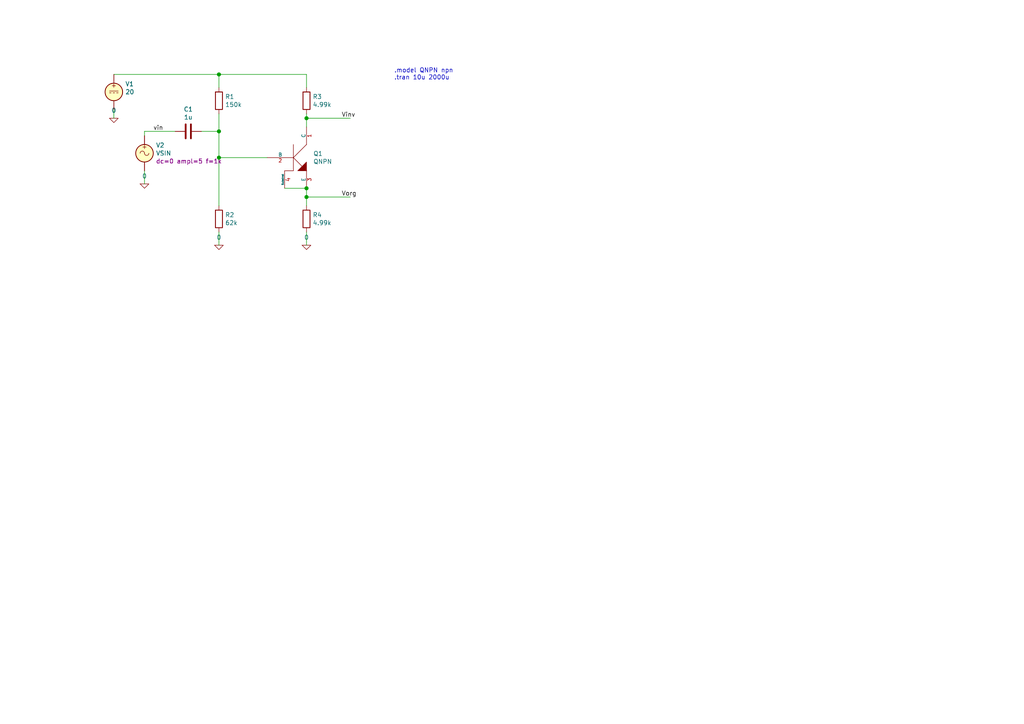
<source format=kicad_sch>
(kicad_sch (version 20210406) (generator eeschema)
  (paper "A4")
  (lib_symbols
    (symbol "Device:C" (pin_numbers hide) (pin_names (offset 0.254))
      (property "Reference" "C" (at 0.635 2.54 0))
      (property "Value" "C" (at 0.635 -2.54 0))
      (symbol "C_0_1"
        (polyline (pts (xy -2.032 -0.762) (xy 2.032 -0.762)) (stroke (width 0.508)))
        (polyline (pts (xy -2.032 0.762) (xy 2.032 0.762)) (stroke (width 0.508)))
      )
      (symbol "C_1_1"
        (pin passive line (at 0 3.81 270) (length 2.794) (name "~") (number "1"))
        (pin passive line (at 0 -3.81 90) (length 2.794) (name "~") (number "2"))
      )
    )
    (symbol "Device:R" (pin_numbers hide) (pin_names (offset 0))
      (property "Reference" "R" (at 2.032 0 90))
      (property "Value" "R" (at 0 0 90))
      (symbol "R_0_1"
        (rectangle (start -1.016 -2.54) (end 1.016 2.54) (stroke (width 0.254)))
      )
      (symbol "R_1_1"
        (pin passive line (at 0 3.81 270) (length 1.27) (name "~") (number "1"))
        (pin passive line (at 0 -3.81 90) (length 1.27) (name "~") (number "2"))
      )
    )
    (symbol "Simulation_SPICE:VDC" (pin_numbers hide) (pin_names (offset 0.0254))
      (property "Reference" "V" (at 2.54 2.54 0))
      (property "Value" "VDC" (at 2.54 0 0))
      (property "Spice_Model" "dc(1)" (at 2.54 -2.54 0))
      (symbol "VDC_0_0"
        (text "+" (at 0 1.905 0) (effects (font (size 1.27 1.27))))
        (polyline (pts (xy -1.27 0.254) (xy 1.27 0.254)))
        (polyline (pts (xy -0.762 -0.254) (xy -1.27 -0.254)))
        (polyline (pts (xy 0.254 -0.254) (xy -0.254 -0.254)))
        (polyline (pts (xy 1.27 -0.254) (xy 0.762 -0.254)))
      )
      (symbol "VDC_0_1"
        (circle (center 0 0) (radius 2.54) (stroke (width 0.254)) (fill (type background)))
      )
      (symbol "VDC_1_1"
        (pin passive line (at 0 5.08 270) (length 2.54) (name "~") (number "1"))
        (pin passive line (at 0 -5.08 90) (length 2.54) (name "~") (number "2"))
      )
    )
    (symbol "Simulation_SPICE:VSIN" (pin_numbers hide) (pin_names (offset 0.0254))
      (property "Reference" "V" (at 2.54 2.54 0))
      (property "Value" "VSIN" (at 2.54 0 0))
      (property "Spice_Model" "sin(0 1 1k)" (at 2.54 -2.54 0))
      (symbol "VSIN_0_0"
        (arc (start 0 0) (end -1.27 0) (radius (at -0.635 0) (length 0.635) (angles 0.1 180)))
        (arc (start 0 0) (end 1.27 0) (radius (at 0.635 0) (length 0.635) (angles 180 -0.1)))
        (text "+" (at 0 1.905 0) (effects (font (size 1.27 1.27))))
      )
      (symbol "VSIN_0_1"
        (circle (center 0 0) (radius 2.54) (stroke (width 0.254)) (fill (type background)))
      )
      (symbol "VSIN_1_1"
        (pin passive line (at 0 5.08 270) (length 2.54) (name "~") (number "1"))
        (pin passive line (at 0 -5.08 90) (length 2.54) (name "~") (number "2"))
      )
    )
    (symbol "pspice:0" (power) (pin_names (offset 0))
      (property "Value" "0" (at 0 -1.778 0))
      (symbol "0_0_1"
        (polyline (pts (xy -1.27 0) (xy 0 -1.27) (xy 1.27 0) (xy -1.27 0)))
      )
      (symbol "0_1_1"
        (pin power_in line (at 0 0 0) (length 0) hide (name "0") (number "1"))
      )
    )
    (symbol "pspice:QNPN" (pin_names (offset 0))
      (property "Reference" "Q" (at -2.54 7.62 0))
      (property "Value" "QNPN" (at -2.54 5.08 0))
      (symbol "QNPN_0_0"
        (polyline (pts (xy 0 0) (xy 3.81 -3.81)))
        (polyline (pts (xy 3.81 -3.81) (xy 3.81 -1.27) (xy 1.27 -3.81) (xy 3.81 -3.81)) (fill (type outline)))
      )
      (symbol "QNPN_0_1"
        (polyline (pts (xy 0 -3.81) (xy 0 3.81)))
        (polyline (pts (xy 0 0) (xy 3.81 3.81)))
        (polyline (pts (xy -2.54 -3.81) (xy 0 -3.81) (xy 0 -3.81) (xy 0 -3.81)))
      )
      (symbol "QNPN_1_1"
        (pin passive line (at 3.81 8.89 270) (length 5.08) (name "C") (number "1"))
        (pin input line (at -7.62 0 0) (length 7.62) (name "B") (number "2"))
        (pin passive line (at 3.81 -8.89 90) (length 5.08) (name "E") (number "3"))
        (pin input line (at -2.54 -8.89 90) (length 5.08) (name "Substrat") (number "4"))
      )
    )
  )
  (junction (at 63.5 21.59) (diameter 1.016))
  (junction (at 63.5 38.1) (diameter 1.016))
  (junction (at 63.5 45.72) (diameter 1.016))
  (junction (at 88.9 34.29) (diameter 1.016))
  (junction (at 88.9 54.61) (diameter 1.016))
  (junction (at 88.9 57.15) (diameter 1.016))
  (wire (pts (xy 33.02 21.59) (xy 63.5 21.59)))
  (wire (pts (xy 33.02 34.29) (xy 33.02 31.75)))
  (wire (pts (xy 41.91 38.1) (xy 50.8 38.1)))
  (wire (pts (xy 41.91 39.37) (xy 41.91 38.1)))
  (wire (pts (xy 41.91 53.34) (xy 41.91 49.53)))
  (wire (pts (xy 58.42 38.1) (xy 63.5 38.1)))
  (wire (pts (xy 63.5 21.59) (xy 88.9 21.59)))
  (wire (pts (xy 63.5 25.4) (xy 63.5 21.59)))
  (wire (pts (xy 63.5 38.1) (xy 63.5 33.02)))
  (wire (pts (xy 63.5 38.1) (xy 63.5 45.72)))
  (wire (pts (xy 63.5 45.72) (xy 63.5 59.69)))
  (wire (pts (xy 63.5 45.72) (xy 77.47 45.72)))
  (wire (pts (xy 63.5 67.31) (xy 63.5 71.12)))
  (wire (pts (xy 88.9 21.59) (xy 88.9 25.4)))
  (wire (pts (xy 88.9 34.29) (xy 88.9 33.02)))
  (wire (pts (xy 88.9 34.29) (xy 101.6 34.29)))
  (wire (pts (xy 88.9 36.83) (xy 88.9 34.29)))
  (wire (pts (xy 88.9 54.61) (xy 82.55 54.61)))
  (wire (pts (xy 88.9 57.15) (xy 88.9 54.61)))
  (wire (pts (xy 88.9 57.15) (xy 101.6 57.15)))
  (wire (pts (xy 88.9 59.69) (xy 88.9 57.15)))
  (wire (pts (xy 88.9 71.12) (xy 88.9 67.31)))
  (text ".model QNPN npn\n.tran 10u 2000u\n\n" (at 114.3 25.4 0) (effects (font (size 1.27 1.27)) (justify left bottom)))
  (label "vin" (at 44.45 38.1 0))
  (label "Vinv" (at 99.06 34.29 0))
  (label "Vorg" (at 99.06 57.15 0))
  (symbol (lib_id "pspice:0") (at 33.02 34.29 0) (unit 1)
    (property "Reference" "#GND01" (effects hide))
    (property "Value" "0" (at 33.02 32.0294 0))
  )
  (symbol (lib_id "pspice:0") (at 41.91 53.34 0) (unit 1)
    (property "Reference" "#GND02" (effects hide))
    (property "Value" "0" (at 41.91 51.0794 0))
  )
  (symbol (lib_id "pspice:0") (at 63.5 71.12 0) (unit 1)
    (property "Reference" "#GND03" (effects hide))
    (property "Value" "0" (at 63.5 68.8594 0))
  )
  (symbol (lib_id "pspice:0") (at 88.9 71.12 0) (unit 1)
    (property "Reference" "#GND04" (effects hide))
    (property "Value" "0" (at 88.9 68.8594 0))
  )
  (symbol (lib_id "Device:R") (at 63.5 29.21 0) (unit 1)
    (property "Reference" "R1" (at 65.278 28.0416 0) (effects (justify left)))
    (property "Value" "150k" (at 65.278 30.353 0) (effects (justify left)))
  )
  (symbol (lib_id "Device:R") (at 63.5 63.5 0) (unit 1)
    (property "Reference" "R2" (at 65.278 62.3316 0) (effects (justify left)))
    (property "Value" "62k" (at 65.278 64.643 0) (effects (justify left)))
  )
  (symbol (lib_id "Device:R") (at 88.9 29.21 0) (unit 1)
    (property "Reference" "R3" (at 90.678 28.0416 0) (effects (justify left)))
    (property "Value" "4.99k" (at 90.678 30.353 0) (effects (justify left)))
  )
  (symbol (lib_id "Device:R") (at 88.9 63.5 0) (unit 1)
    (property "Reference" "R4" (at 90.678 62.3316 0) (effects (justify left)))
    (property "Value" "4.99k" (at 90.678 64.643 0) (effects (justify left)))
  )
  (symbol (lib_id "Device:C") (at 54.61 38.1 270) (unit 1)
    (property "Reference" "C1" (at 54.61 31.6992 90))
    (property "Value" "1u" (at 54.61 34.0106 90))
  )
  (symbol (lib_id "Simulation_SPICE:VDC") (at 33.02 26.67 0) (unit 1)
    (property "Reference" "V1" (at 36.322 24.3586 0) (effects (justify left)))
    (property "Value" "VDC" (at 36.322 26.67 0) (effects (justify left)))
    (property "Spice_Netlist_Enabled" "Y" (effects hide))
    (property "Spice_Primitive" "V" (effects hide))
    (property "Spice_Model" "dc(20)" (at 36.322 28.9814 0) (effects (justify left)))
  )
  (symbol (lib_id "Simulation_SPICE:VSIN") (at 41.91 44.45 0) (unit 1)
    (property "Reference" "V2" (at 45.212 42.1386 0) (effects (justify left)))
    (property "Value" "VSIN" (at 45.212 44.45 0) (effects (justify left)))
    (property "Spice_Netlist_Enabled" "Y" (effects hide))
    (property "Spice_Primitive" "V" (effects hide))
    (property "Spice_Model" "sin(0 5 1k)" (at 45.212 46.7614 0) (effects (justify left)))
  )
  (symbol (lib_id "pspice:QNPN") (at 85.09 45.72 0) (unit 1)
    (property "Reference" "Q1" (at 90.8558 44.5516 0) (effects (justify left)))
    (property "Value" "QNPN" (at 90.8558 46.863 0) (effects (justify left)))
  )
)
</source>
